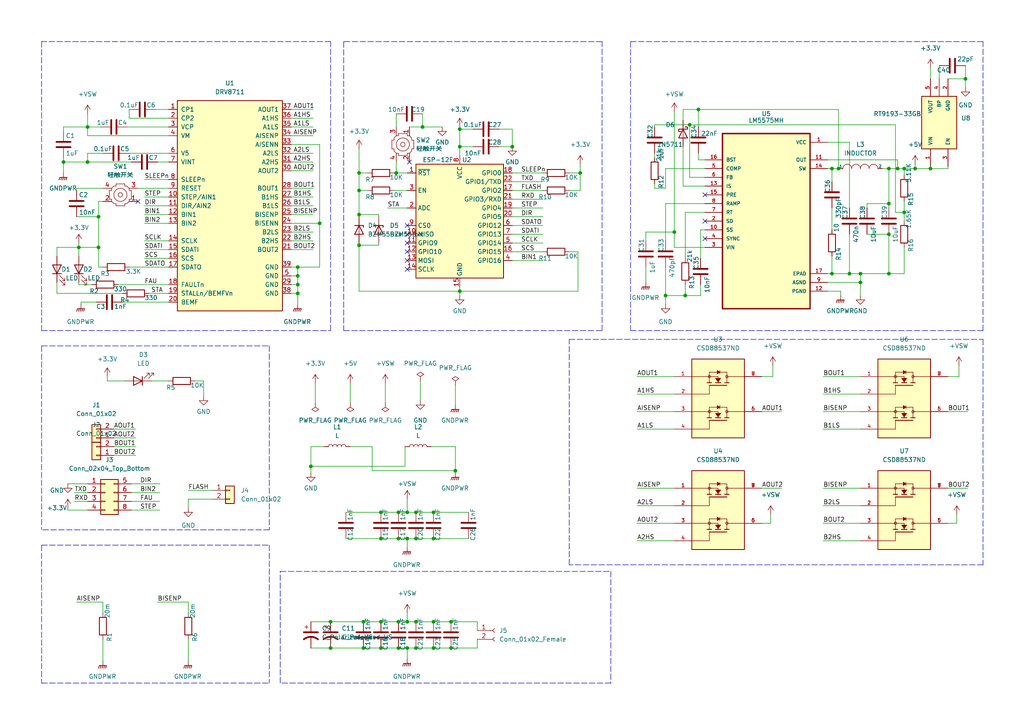
<source format=kicad_sch>
(kicad_sch (version 20211123) (generator eeschema)
  (paper "A4")
  (junction (at 257.81 79.375))
  (junction (at 118.11 148.59))
  (junction (at 95.885 187.96))
  (junction (at 260.35 48.895))
  (junction (at 122.555 36.83))
  (junction (at 110.49 148.59))
  (junction (at 262.255 48.895))
  (junction (at 280.035 22.86))
  (junction (at 28.575 71.755))
  (junction (at 125.73 187.96))
  (junction (at 114.935 50.165))
  (junction (at 193.04 85.725))
  (junction (at 200.025 36.195))
  (junction (at 90.17 135.255))
  (junction (at 86.36 77.47))
  (junction (at 133.35 37.465))
  (junction (at 133.35 84.455))
  (junction (at 257.81 59.055))
  (junction (at 118.11 180.34))
  (junction (at 120.65 187.96))
  (junction (at 130.81 180.34))
  (junction (at 92.71 64.77))
  (junction (at 118.11 187.96))
  (junction (at 104.14 71.12))
  (junction (at 265.43 48.895))
  (junction (at 195.58 67.31))
  (junction (at 86.36 82.55))
  (junction (at 120.65 180.34))
  (junction (at 110.49 180.34))
  (junction (at 125.73 180.34))
  (junction (at 133.35 42.545))
  (junction (at 249.555 79.375))
  (junction (at 110.49 156.21))
  (junction (at 125.73 156.21))
  (junction (at 120.65 156.21))
  (junction (at 86.36 85.09))
  (junction (at 198.755 85.725))
  (junction (at 246.38 79.375))
  (junction (at 132.08 136.525))
  (junction (at 95.885 180.34))
  (junction (at 115.57 156.21))
  (junction (at 25.4 46.99))
  (junction (at 125.73 148.59))
  (junction (at 104.14 55.245))
  (junction (at 168.275 50.165))
  (junction (at 257.81 48.895))
  (junction (at 148.59 42.545))
  (junction (at 28.575 62.865))
  (junction (at 115.57 180.34))
  (junction (at 269.875 48.895))
  (junction (at 202.565 31.75))
  (junction (at 249.555 81.915))
  (junction (at 130.81 187.96))
  (junction (at 262.255 61.595))
  (junction (at 105.41 180.34))
  (junction (at 241.3 79.375))
  (junction (at 25.4 36.83))
  (junction (at 243.205 48.895))
  (junction (at 104.14 50.165))
  (junction (at 104.14 62.23))
  (junction (at 257.81 67.945))
  (junction (at 118.11 156.21))
  (junction (at 115.57 148.59))
  (junction (at 22.86 71.755))
  (junction (at 115.57 187.96))
  (junction (at 105.41 187.96))
  (junction (at 86.36 80.01))
  (junction (at 120.65 148.59))
  (junction (at 110.49 187.96))
  (junction (at 18.415 46.99))
  (junction (at 241.3 48.895))
  (no_connect (at 118.11 67.945))
  (no_connect (at 118.11 75.565))
  (no_connect (at 118.11 78.105))
  (no_connect (at 118.745 46.99))
  (no_connect (at 118.11 73.025))
  (no_connect (at 118.11 70.485))
  (no_connect (at 118.11 65.405))
  (no_connect (at 204.47 56.515))
  (no_connect (at 204.47 64.135))
  (no_connect (at 204.47 69.215))
  (no_connect (at 40.005 58.42))
  (wire (pts (xy 138.43 182.88) (xy 138.43 180.34)))
  (wire (pts (xy 224.155 109.22) (xy 224.155 106.045)))
  (wire (pts (xy 132.08 117.475) (xy 132.08 111.76)))
  (wire (pts (xy 84.455 31.75) (xy 90.805 31.75)))
  (wire (pts (xy 86.36 82.55) (xy 86.36 85.09)))
  (wire (pts (xy 133.35 83.185) (xy 133.35 84.455)))
  (wire (pts (xy 29.845 185.42) (xy 29.845 191.77)))
  (polyline (pts (xy 78.105 100.33) (xy 78.105 153.67)))
  (wire (pts (xy 16.51 71.755) (xy 16.51 74.295)))
  (wire (pts (xy 16.51 81.915) (xy 16.51 85.09)))
  (wire (pts (xy 200.025 36.195) (xy 200.025 51.435)))
  (polyline (pts (xy 165.1 98.425) (xy 285.115 98.425)))
  (polyline (pts (xy 12.065 95.885) (xy 49.53 95.885)))
  (wire (pts (xy 223.52 149.225) (xy 223.52 151.765)))
  (wire (pts (xy 31.115 110.49) (xy 36.195 110.49)))
  (wire (pts (xy 104.14 62.23) (xy 109.855 62.23)))
  (wire (pts (xy 257.81 67.945) (xy 257.81 79.375)))
  (wire (pts (xy 125.73 187.96) (xy 130.81 187.96)))
  (wire (pts (xy 241.3 79.375) (xy 246.38 79.375)))
  (wire (pts (xy 184.785 141.605) (xy 195.58 141.605)))
  (wire (pts (xy 121.92 116.205) (xy 121.92 110.49)))
  (wire (pts (xy 269.875 48.895) (xy 265.43 48.895)))
  (wire (pts (xy 23.495 87.63) (xy 23.495 88.265)))
  (wire (pts (xy 251.46 67.945) (xy 257.81 67.945)))
  (wire (pts (xy 101.6 111.125) (xy 101.6 116.84)))
  (wire (pts (xy 133.35 42.545) (xy 133.35 45.085)))
  (wire (pts (xy 148.59 57.785) (xy 157.48 57.785)))
  (wire (pts (xy 202.565 44.45) (xy 202.565 46.355)))
  (wire (pts (xy 105.41 180.34) (xy 110.49 180.34)))
  (wire (pts (xy 54.61 185.42) (xy 54.61 191.77)))
  (polyline (pts (xy 12.065 100.33) (xy 12.065 153.67)))
  (wire (pts (xy 104.14 43.18) (xy 104.14 50.165)))
  (wire (pts (xy 184.785 146.685) (xy 195.58 146.685)))
  (polyline (pts (xy 174.625 12.065) (xy 99.695 12.065)))
  (wire (pts (xy 45.085 31.75) (xy 48.895 31.75)))
  (wire (pts (xy 204.47 48.895) (xy 193.04 48.895)))
  (wire (pts (xy 38.1 142.875) (xy 46.355 142.875)))
  (wire (pts (xy 133.35 36.83) (xy 133.35 37.465)))
  (polyline (pts (xy 177.165 165.735) (xy 177.165 198.12)))
  (wire (pts (xy 193.04 77.47) (xy 193.04 85.725)))
  (wire (pts (xy 195.58 71.755) (xy 195.58 67.31)))
  (wire (pts (xy 255.905 48.895) (xy 257.81 48.895)))
  (wire (pts (xy 280.035 19.05) (xy 280.035 22.86)))
  (wire (pts (xy 238.76 151.765) (xy 249.555 151.765)))
  (wire (pts (xy 220.98 119.38) (xy 226.695 119.38)))
  (wire (pts (xy 37.465 77.47) (xy 48.895 77.47)))
  (wire (pts (xy 144.78 37.465) (xy 148.59 37.465)))
  (wire (pts (xy 241.3 48.895) (xy 243.205 48.895)))
  (polyline (pts (xy 177.165 198.12) (xy 81.28 198.12)))
  (wire (pts (xy 241.3 60.325) (xy 241.3 66.675)))
  (wire (pts (xy 115.57 180.34) (xy 118.11 180.34)))
  (wire (pts (xy 112.395 60.325) (xy 118.11 60.325)))
  (wire (pts (xy 106.68 55.245) (xy 104.14 55.245)))
  (wire (pts (xy 184.785 109.22) (xy 195.58 109.22)))
  (wire (pts (xy 269.875 48.26) (xy 269.875 48.895)))
  (wire (pts (xy 41.91 74.93) (xy 48.895 74.93)))
  (wire (pts (xy 277.495 149.225) (xy 277.495 151.765)))
  (wire (pts (xy 251.46 60.325) (xy 251.46 59.055)))
  (wire (pts (xy 274.955 119.38) (xy 280.67 119.38)))
  (wire (pts (xy 92.71 41.91) (xy 92.71 64.77)))
  (wire (pts (xy 92.71 77.47) (xy 86.36 77.47)))
  (wire (pts (xy 84.455 36.83) (xy 90.805 36.83)))
  (wire (pts (xy 29.845 177.8) (xy 29.845 174.625)))
  (wire (pts (xy 262.255 48.895) (xy 265.43 48.895)))
  (wire (pts (xy 90.17 135.255) (xy 90.17 137.16)))
  (wire (pts (xy 22.86 70.485) (xy 22.86 71.755)))
  (wire (pts (xy 25.4 147.955) (xy 19.685 147.955)))
  (wire (pts (xy 238.76 124.46) (xy 249.555 124.46)))
  (wire (pts (xy 41.91 57.15) (xy 48.895 57.15)))
  (wire (pts (xy 111.76 111.125) (xy 111.76 116.84)))
  (polyline (pts (xy 99.695 12.065) (xy 99.695 95.885)))
  (wire (pts (xy 125.73 156.21) (xy 135.89 156.21)))
  (wire (pts (xy 277.495 151.765) (xy 274.955 151.765)))
  (wire (pts (xy 18.415 46.99) (xy 25.4 46.99)))
  (wire (pts (xy 28.575 58.42) (xy 28.575 62.865)))
  (wire (pts (xy 223.52 151.765) (xy 220.98 151.765)))
  (wire (pts (xy 272.415 19.05) (xy 272.415 22.86)))
  (wire (pts (xy 86.36 80.01) (xy 84.455 80.01)))
  (wire (pts (xy 54.61 144.78) (xy 61.595 144.78)))
  (wire (pts (xy 84.455 41.91) (xy 92.71 41.91)))
  (wire (pts (xy 104.14 50.165) (xy 106.68 50.165)))
  (wire (pts (xy 120.65 187.96) (xy 125.73 187.96)))
  (polyline (pts (xy 12.065 12.065) (xy 12.065 95.885)))
  (wire (pts (xy 84.455 59.69) (xy 90.805 59.69)))
  (wire (pts (xy 204.47 66.675) (xy 203.2 66.675)))
  (polyline (pts (xy 165.1 163.83) (xy 165.1 98.425)))
  (wire (pts (xy 104.14 84.455) (xy 133.35 84.455)))
  (wire (pts (xy 90.17 129.54) (xy 90.17 135.255)))
  (wire (pts (xy 84.455 49.53) (xy 90.805 49.53)))
  (wire (pts (xy 90.17 187.96) (xy 95.885 187.96)))
  (wire (pts (xy 138.43 185.42) (xy 138.43 187.96)))
  (wire (pts (xy 198.12 53.975) (xy 198.12 42.545)))
  (wire (pts (xy 101.6 129.54) (xy 107.95 129.54)))
  (wire (pts (xy 19.685 140.335) (xy 25.4 140.335)))
  (wire (pts (xy 241.3 52.705) (xy 241.3 48.895)))
  (wire (pts (xy 105.41 187.96) (xy 110.49 187.96)))
  (polyline (pts (xy 78.105 158.115) (xy 78.105 198.12)))
  (wire (pts (xy 204.47 51.435) (xy 200.025 51.435)))
  (polyline (pts (xy 95.885 95.885) (xy 95.885 12.065)))
  (wire (pts (xy 189.865 36.83) (xy 189.865 36.195)))
  (wire (pts (xy 189.865 36.195) (xy 200.025 36.195)))
  (wire (pts (xy 25.4 46.99) (xy 38.1 46.99)))
  (wire (pts (xy 38.1 147.955) (xy 46.355 147.955)))
  (wire (pts (xy 90.17 180.34) (xy 95.885 180.34)))
  (wire (pts (xy 251.46 59.055) (xy 257.81 59.055)))
  (wire (pts (xy 274.955 22.86) (xy 280.035 22.86)))
  (wire (pts (xy 120.65 148.59) (xy 125.73 148.59)))
  (wire (pts (xy 22.86 82.55) (xy 22.86 81.915)))
  (wire (pts (xy 220.98 141.605) (xy 226.695 141.605)))
  (wire (pts (xy 33.02 127) (xy 39.37 127)))
  (wire (pts (xy 33.02 129.54) (xy 39.37 129.54)))
  (wire (pts (xy 167.64 73.025) (xy 167.64 84.455)))
  (wire (pts (xy 110.49 180.34) (xy 115.57 180.34)))
  (wire (pts (xy 86.36 85.09) (xy 86.36 88.265)))
  (wire (pts (xy 198.755 85.725) (xy 193.04 85.725)))
  (wire (pts (xy 54.61 142.24) (xy 61.595 142.24)))
  (wire (pts (xy 122.555 36.83) (xy 128.27 36.83)))
  (wire (pts (xy 109.855 71.12) (xy 109.855 70.485)))
  (wire (pts (xy 104.14 55.245) (xy 104.14 62.23)))
  (wire (pts (xy 241.3 74.295) (xy 241.3 79.375)))
  (wire (pts (xy 86.36 80.01) (xy 86.36 82.55)))
  (wire (pts (xy 144.78 42.545) (xy 148.59 42.545)))
  (wire (pts (xy 22.86 82.55) (xy 26.67 82.55)))
  (wire (pts (xy 86.36 77.47) (xy 86.36 80.01)))
  (wire (pts (xy 56.515 110.49) (xy 59.055 110.49)))
  (wire (pts (xy 33.02 124.46) (xy 39.37 124.46)))
  (wire (pts (xy 41.91 69.85) (xy 48.895 69.85)))
  (wire (pts (xy 84.455 46.99) (xy 90.805 46.99)))
  (wire (pts (xy 100.33 156.21) (xy 110.49 156.21)))
  (wire (pts (xy 204.47 59.055) (xy 193.04 59.055)))
  (wire (pts (xy 18.415 36.83) (xy 25.4 36.83)))
  (wire (pts (xy 184.785 156.845) (xy 195.58 156.845)))
  (wire (pts (xy 265.43 48.895) (xy 265.43 47.625)))
  (wire (pts (xy 100.33 148.59) (xy 110.49 148.59)))
  (wire (pts (xy 84.455 57.15) (xy 90.805 57.15)))
  (wire (pts (xy 198.12 31.75) (xy 202.565 31.75)))
  (wire (pts (xy 84.455 69.85) (xy 90.805 69.85)))
  (wire (pts (xy 38.1 145.415) (xy 46.355 145.415)))
  (polyline (pts (xy 285.115 12.065) (xy 182.88 12.065)))
  (wire (pts (xy 274.955 48.895) (xy 269.875 48.895)))
  (wire (pts (xy 238.76 141.605) (xy 249.555 141.605)))
  (wire (pts (xy 104.14 71.12) (xy 104.14 70.485)))
  (wire (pts (xy 37.465 34.29) (xy 48.895 34.29)))
  (wire (pts (xy 59.055 110.49) (xy 59.055 114.935)))
  (wire (pts (xy 110.49 156.21) (xy 115.57 156.21)))
  (wire (pts (xy 189.865 54.61) (xy 189.865 53.34)))
  (wire (pts (xy 240.03 41.275) (xy 246.38 41.275)))
  (wire (pts (xy 249.555 79.375) (xy 249.555 81.915)))
  (wire (pts (xy 202.565 31.75) (xy 243.205 31.75)))
  (wire (pts (xy 29.845 44.45) (xy 25.4 44.45)))
  (wire (pts (xy 238.76 114.3) (xy 249.555 114.3)))
  (wire (pts (xy 120.65 180.34) (xy 125.73 180.34)))
  (wire (pts (xy 43.815 110.49) (xy 48.895 110.49)))
  (wire (pts (xy 114.3 50.165) (xy 114.935 50.165)))
  (polyline (pts (xy 12.065 198.12) (xy 78.105 198.12)))
  (wire (pts (xy 22.225 174.625) (xy 29.845 174.625)))
  (wire (pts (xy 133.35 42.545) (xy 137.16 42.545)))
  (wire (pts (xy 257.81 59.055) (xy 257.81 60.325)))
  (wire (pts (xy 243.84 84.455) (xy 243.84 85.725)))
  (polyline (pts (xy 99.695 95.885) (xy 174.625 95.885)))
  (wire (pts (xy 104.14 71.12) (xy 104.14 84.455)))
  (wire (pts (xy 114.935 50.165) (xy 118.11 50.165)))
  (wire (pts (xy 168.275 55.245) (xy 168.275 50.165)))
  (wire (pts (xy 54.61 144.78) (xy 54.61 147.32)))
  (wire (pts (xy 86.36 82.55) (xy 84.455 82.55)))
  (wire (pts (xy 114.935 33.02) (xy 114.935 36.83)))
  (wire (pts (xy 41.91 64.77) (xy 48.895 64.77)))
  (wire (pts (xy 29.845 77.47) (xy 28.575 77.47)))
  (wire (pts (xy 29.845 54.61) (xy 22.225 54.61)))
  (wire (pts (xy 118.11 187.96) (xy 120.65 187.96)))
  (wire (pts (xy 38.1 140.335) (xy 46.355 140.335)))
  (wire (pts (xy 184.785 151.765) (xy 195.58 151.765)))
  (wire (pts (xy 48.895 39.37) (xy 25.4 39.37)))
  (wire (pts (xy 41.91 72.39) (xy 48.895 72.39)))
  (wire (pts (xy 21.59 142.875) (xy 25.4 142.875)))
  (wire (pts (xy 45.72 46.99) (xy 48.895 46.99)))
  (wire (pts (xy 110.49 148.59) (xy 115.57 148.59)))
  (wire (pts (xy 198.12 34.925) (xy 198.12 31.75)))
  (wire (pts (xy 249.555 81.915) (xy 249.555 85.725)))
  (wire (pts (xy 22.225 62.865) (xy 28.575 62.865)))
  (polyline (pts (xy 182.88 95.885) (xy 285.115 95.885)))
  (wire (pts (xy 133.35 37.465) (xy 137.16 37.465)))
  (wire (pts (xy 16.51 85.09) (xy 35.56 85.09)))
  (wire (pts (xy 37.465 31.75) (xy 37.465 34.29)))
  (wire (pts (xy 148.59 55.245) (xy 157.48 55.245)))
  (wire (pts (xy 240.03 84.455) (xy 243.84 84.455)))
  (wire (pts (xy 125.73 148.59) (xy 135.89 148.59)))
  (wire (pts (xy 246.38 67.945) (xy 246.38 79.375)))
  (wire (pts (xy 92.71 64.77) (xy 92.71 77.47)))
  (wire (pts (xy 165.1 50.165) (xy 168.275 50.165)))
  (wire (pts (xy 240.03 81.915) (xy 249.555 81.915)))
  (wire (pts (xy 22.86 71.755) (xy 28.575 71.755)))
  (wire (pts (xy 189.865 44.45) (xy 189.865 45.72)))
  (wire (pts (xy 90.17 135.255) (xy 117.475 135.255)))
  (wire (pts (xy 41.91 59.69) (xy 48.895 59.69)))
  (wire (pts (xy 37.465 44.45) (xy 48.895 44.45)))
  (wire (pts (xy 117.475 129.54) (xy 117.475 135.255)))
  (wire (pts (xy 118.11 148.59) (xy 115.57 148.59)))
  (wire (pts (xy 84.455 44.45) (xy 90.805 44.45)))
  (wire (pts (xy 138.43 187.96) (xy 130.81 187.96)))
  (wire (pts (xy 246.38 79.375) (xy 249.555 79.375)))
  (wire (pts (xy 84.455 62.23) (xy 90.805 62.23)))
  (wire (pts (xy 274.955 141.605) (xy 280.67 141.605)))
  (polyline (pts (xy 12.065 158.115) (xy 78.105 158.115)))
  (wire (pts (xy 148.59 73.025) (xy 157.48 73.025)))
  (wire (pts (xy 18.415 50.165) (xy 18.415 46.99)))
  (wire (pts (xy 84.455 54.61) (xy 90.805 54.61)))
  (polyline (pts (xy 12.065 158.115) (xy 12.065 198.12)))
  (wire (pts (xy 148.59 52.705) (xy 157.48 52.705)))
  (wire (pts (xy 107.95 129.54) (xy 107.95 136.525)))
  (wire (pts (xy 203.2 85.725) (xy 198.755 85.725)))
  (wire (pts (xy 25.4 33.02) (xy 25.4 36.83)))
  (polyline (pts (xy 81.28 198.12) (xy 81.28 165.735)))
  (wire (pts (xy 18.415 45.72) (xy 18.415 46.99)))
  (polyline (pts (xy 12.065 100.33) (xy 78.105 100.33)))
  (wire (pts (xy 133.35 84.455) (xy 133.35 85.725)))
  (wire (pts (xy 204.47 53.975) (xy 198.12 53.975)))
  (wire (pts (xy 125.095 129.54) (xy 132.08 129.54)))
  (wire (pts (xy 115.57 187.96) (xy 118.11 187.96)))
  (wire (pts (xy 104.14 71.12) (xy 109.855 71.12)))
  (polyline (pts (xy 182.88 12.065) (xy 182.88 95.885)))
  (wire (pts (xy 36.83 36.83) (xy 48.895 36.83)))
  (wire (pts (xy 274.955 109.22) (xy 278.13 109.22)))
  (wire (pts (xy 262.255 61.595) (xy 262.255 64.135)))
  (wire (pts (xy 203.2 82.55) (xy 203.2 85.725)))
  (wire (pts (xy 29.845 58.42) (xy 28.575 58.42)))
  (wire (pts (xy 109.855 62.23) (xy 109.855 62.865)))
  (wire (pts (xy 118.11 156.21) (xy 115.57 156.21)))
  (wire (pts (xy 165.1 55.245) (xy 168.275 55.245)))
  (wire (pts (xy 27.94 87.63) (xy 23.495 87.63)))
  (wire (pts (xy 259.715 61.595) (xy 259.715 36.195)))
  (wire (pts (xy 260.35 48.895) (xy 260.35 46.355)))
  (wire (pts (xy 43.18 85.09) (xy 48.895 85.09)))
  (polyline (pts (xy 95.885 12.065) (xy 12.065 12.065)))
  (wire (pts (xy 138.43 180.34) (xy 130.81 180.34)))
  (wire (pts (xy 35.56 87.63) (xy 48.895 87.63)))
  (wire (pts (xy 93.98 129.54) (xy 90.17 129.54)))
  (wire (pts (xy 203.2 66.675) (xy 203.2 74.93)))
  (wire (pts (xy 95.885 187.96) (xy 105.41 187.96)))
  (wire (pts (xy 25.4 44.45) (xy 25.4 46.99)))
  (wire (pts (xy 240.03 46.355) (xy 260.35 46.355)))
  (wire (pts (xy 34.29 82.55) (xy 48.895 82.55)))
  (wire (pts (xy 269.875 19.685) (xy 269.875 22.86)))
  (wire (pts (xy 118.11 187.96) (xy 118.11 191.135)))
  (wire (pts (xy 262.255 48.895) (xy 262.255 50.8)))
  (wire (pts (xy 148.59 75.565) (xy 157.48 75.565)))
  (wire (pts (xy 120.65 156.21) (xy 125.73 156.21)))
  (polyline (pts (xy 174.625 95.885) (xy 174.625 12.065)))
  (wire (pts (xy 122.555 33.02) (xy 122.555 36.83)))
  (wire (pts (xy 95.885 180.34) (xy 105.41 180.34)))
  (wire (pts (xy 280.035 22.86) (xy 280.035 25.4)))
  (wire (pts (xy 204.47 61.595) (xy 198.755 61.595)))
  (wire (pts (xy 249.555 79.375) (xy 257.81 79.375)))
  (wire (pts (xy 246.38 41.275) (xy 246.38 60.325)))
  (wire (pts (xy 120.65 148.59) (xy 118.11 148.59)))
  (wire (pts (xy 132.08 129.54) (xy 132.08 136.525)))
  (wire (pts (xy 257.81 79.375) (xy 262.255 79.375)))
  (wire (pts (xy 148.59 37.465) (xy 148.59 42.545)))
  (wire (pts (xy 22.86 71.755) (xy 16.51 71.755)))
  (wire (pts (xy 238.76 156.845) (xy 249.555 156.845)))
  (wire (pts (xy 45.72 174.625) (xy 54.61 174.625)))
  (wire (pts (xy 84.455 67.31) (xy 90.805 67.31)))
  (wire (pts (xy 84.455 34.29) (xy 90.805 34.29)))
  (wire (pts (xy 195.58 67.31) (xy 187.325 67.31)))
  (wire (pts (xy 202.565 31.75) (xy 202.565 36.83)))
  (wire (pts (xy 193.04 59.055) (xy 193.04 69.85)))
  (wire (pts (xy 33.02 132.08) (xy 39.37 132.08)))
  (wire (pts (xy 104.14 62.23) (xy 104.14 62.865)))
  (wire (pts (xy 278.13 109.22) (xy 278.13 106.045)))
  (wire (pts (xy 84.455 64.77) (xy 92.71 64.77)))
  (polyline (pts (xy 285.115 98.425) (xy 285.115 163.83)))
  (wire (pts (xy 18.415 36.83) (xy 18.415 38.1)))
  (wire (pts (xy 118.11 144.78) (xy 118.11 148.59)))
  (wire (pts (xy 148.59 65.405) (xy 157.48 65.405)))
  (wire (pts (xy 243.205 31.75) (xy 243.205 48.895)))
  (polyline (pts (xy 285.115 163.83) (xy 165.1 163.83)))
  (wire (pts (xy 200.025 36.195) (xy 259.715 36.195)))
  (wire (pts (xy 198.755 82.55) (xy 198.755 85.725)))
  (wire (pts (xy 118.11 180.34) (xy 120.65 180.34)))
  (wire (pts (xy 41.91 62.23) (xy 48.895 62.23)))
  (wire (pts (xy 28.575 71.755) (xy 28.575 77.47)))
  (wire (pts (xy 114.935 46.99) (xy 114.935 50.165)))
  (wire (pts (xy 120.65 156.21) (xy 118.11 156.21)))
  (wire (pts (xy 114.3 55.245) (xy 118.11 55.245)))
  (wire (pts (xy 198.755 61.595) (xy 198.755 74.93)))
  (wire (pts (xy 260.35 48.895) (xy 262.255 48.895)))
  (wire (pts (xy 22.225 54.61) (xy 22.225 55.245)))
  (wire (pts (xy 193.04 85.725) (xy 193.04 88.265)))
  (wire (pts (xy 262.255 58.42) (xy 262.255 61.595)))
  (wire (pts (xy 193.04 48.895) (xy 193.04 54.61)))
  (polyline (pts (xy 49.53 95.885) (xy 95.885 95.885)))
  (wire (pts (xy 107.95 136.525) (xy 132.08 136.525)))
  (wire (pts (xy 54.61 177.8) (xy 54.61 174.625)))
  (wire (pts (xy 19.685 147.955) (xy 19.685 147.32)))
  (wire (pts (xy 28.575 62.865) (xy 28.575 71.755)))
  (wire (pts (xy 86.36 77.47) (xy 84.455 77.47)))
  (wire (pts (xy 184.785 114.3) (xy 195.58 114.3)))
  (wire (pts (xy 148.59 70.485) (xy 157.48 70.485)))
  (wire (pts (xy 41.91 52.07) (xy 48.895 52.07)))
  (wire (pts (xy 257.81 59.055) (xy 257.81 48.895)))
  (wire (pts (xy 133.35 37.465) (xy 133.35 42.545)))
  (wire (pts (xy 195.58 67.31) (xy 195.58 32.385)))
  (wire (pts (xy 220.98 109.22) (xy 224.155 109.22)))
  (wire (pts (xy 240.03 79.375) (xy 241.3 79.375)))
  (wire (pts (xy 184.785 119.38) (xy 195.58 119.38)))
  (wire (pts (xy 184.785 124.46) (xy 195.58 124.46)))
  (wire (pts (xy 274.955 48.26) (xy 274.955 48.895)))
  (wire (pts (xy 148.59 62.865) (xy 157.48 62.865)))
  (wire (pts (xy 25.4 36.83) (xy 29.21 36.83)))
  (wire (pts (xy 91.44 111.125) (xy 91.44 116.84)))
  (wire (pts (xy 262.255 61.595) (xy 259.715 61.595)))
  (wire (pts (xy 168.275 50.165) (xy 168.275 47.625)))
  (wire (pts (xy 165.1 73.025) (xy 167.64 73.025)))
  (wire (pts (xy 193.04 54.61) (xy 189.865 54.61)))
  (wire (pts (xy 262.255 71.755) (xy 262.255 79.375)))
  (wire (pts (xy 187.325 77.47) (xy 187.325 81.915)))
  (wire (pts (xy 104.14 55.245) (xy 104.14 50.165)))
  (wire (pts (xy 187.325 67.31) (xy 187.325 69.85)))
  (wire (pts (xy 167.64 84.455) (xy 133.35 84.455)))
  (wire (pts (xy 86.36 85.09) (xy 84.455 85.09)))
  (wire (pts (xy 84.455 72.39) (xy 90.805 72.39)))
  (wire (pts (xy 21.59 145.415) (xy 25.4 145.415)))
  (wire (pts (xy 204.47 71.755) (xy 195.58 71.755)))
  (polyline (pts (xy 81.28 165.735) (xy 177.165 165.735)))
  (wire (pts (xy 110.49 187.96) (xy 115.57 187.96)))
  (wire (pts (xy 118.11 177.8) (xy 118.11 180.34)))
  (wire (pts (xy 238.76 119.38) (xy 249.555 119.38)))
  (wire (pts (xy 22.86 71.755) (xy 22.86 74.295)))
  (wire (pts (xy 257.81 48.895) (xy 260.35 48.895)))
  (polyline (pts (xy 78.105 153.67) (xy 12.065 153.67)))
  (wire (pts (xy 125.73 180.34) (xy 130.81 180.34)))
  (wire (pts (xy 40.005 54.61) (xy 48.895 54.61)))
  (wire (pts (xy 118.745 36.83) (xy 122.555 36.83)))
  (wire (pts (xy 31.115 109.22) (xy 31.115 110.49)))
  (wire (pts (xy 132.08 136.525) (xy 132.08 137.16)))
  (wire (pts (xy 202.565 46.355) (xy 204.47 46.355)))
  (wire (pts (xy 241.3 48.895) (xy 240.03 48.895)))
  (wire (pts (xy 238.76 109.22) (xy 249.555 109.22)))
  (wire (pts (xy 148.59 60.325) (xy 157.48 60.325)))
  (wire (pts (xy 148.59 67.945) (xy 157.48 67.945)))
  (wire (pts (xy 238.76 146.685) (xy 249.555 146.685)))
  (wire (pts (xy 84.455 39.37) (xy 90.805 39.37)))
  (wire (pts (xy 25.4 39.37) (xy 25.4 36.83)))
  (polyline (pts (xy 285.115 95.885) (xy 285.115 12.065)))
  (wire (pts (xy 118.11 156.21) (xy 118.11 158.75)))
  (wire (pts (xy 148.59 50.165) (xy 157.48 50.165)))
  (label "A1HS" (at 85.09 34.29 0))
  (label "BIN2" (at 40.64 142.875 0))
  (label "B1HS" (at 85.09 57.15 0))
  (label "SLEEPn" (at 151.13 50.165 0))
  (label "BISENP" (at 238.76 141.605 0))
  (label "SDATI" (at 41.91 72.39 0))
  (label "A2LS" (at 184.785 146.685 0))
  (label "A1LS" (at 85.09 36.83 0))
  (label "SDATI" (at 151.13 67.945 0))
  (label "BOUT1" (at 85.09 54.61 0))
  (label "BIN1" (at 151.13 75.565 0))
  (label "B2LS" (at 238.76 146.685 0))
  (label "BOUT2" (at 274.955 141.605 0))
  (label "A1HS" (at 184.785 114.3 0))
  (label "BOUT1" (at 274.955 119.38 0))
  (label "DIR" (at 40.64 140.335 0))
  (label "A1LS" (at 184.785 124.46 0))
  (label "BIN1" (at 41.91 62.23 0))
  (label "SLEEPn" (at 41.91 52.07 0))
  (label "AOUT2" (at 184.785 151.765 0))
  (label "AISENP" (at 184.785 141.605 0))
  (label "SCLK" (at 151.13 70.485 0))
  (label "AISENP" (at 184.785 119.38 0))
  (label "BOUT2" (at 238.76 151.765 0))
  (label "BOUT2" (at 33.02 132.08 0))
  (label "AOUT2" (at 220.98 141.605 0))
  (label "SCS" (at 151.13 73.025 0))
  (label "BIN2" (at 41.91 64.77 0))
  (label "B1LS" (at 238.76 124.46 0))
  (label "TXD" (at 151.13 52.705 0))
  (label "STA" (at 112.395 60.325 0))
  (label "STEP" (at 151.13 60.325 0))
  (label "FLASH" (at 54.61 142.24 0))
  (label "AISENP" (at 85.09 39.37 0))
  (label "AOUT2" (at 33.02 127 0))
  (label "DIR" (at 151.13 62.865 0))
  (label "BOUT1" (at 238.76 109.22 0))
  (label "BOUT2" (at 85.09 72.39 0))
  (label "BOUT1" (at 33.02 129.54 0))
  (label "STEP" (at 40.64 147.955 0))
  (label "AISENP" (at 22.225 174.625 0))
  (label "B1LS" (at 85.09 59.69 0))
  (label "FLASH" (at 151.13 55.245 0))
  (label "B2HS" (at 85.09 69.85 0))
  (label "SCS" (at 41.91 74.93 0))
  (label "SDATO" (at 151.13 65.405 0))
  (label "BISENP" (at 85.09 62.23 0))
  (label "B2HS" (at 238.76 156.845 0))
  (label "AOUT1" (at 220.98 119.38 0))
  (label "DIR" (at 41.91 59.69 0))
  (label "STA" (at 43.815 85.09 0))
  (label "AOUT1" (at 33.02 124.46 0))
  (label "B2LS" (at 85.09 67.31 0))
  (label "FAU" (at 41.91 82.55 0))
  (label "SDATO" (at 41.91 77.47 0))
  (label "AOUT2" (at 85.09 49.53 0))
  (label "TXD" (at 21.59 142.875 0))
  (label "A2HS" (at 184.785 156.845 0))
  (label "SCLK" (at 41.91 69.85 0))
  (label "AOUT1" (at 85.09 31.75 0))
  (label "BISENP" (at 238.76 119.38 0))
  (label "B1HS" (at 238.76 114.3 0))
  (label "FAU" (at 40.64 145.415 0))
  (label "BISENP" (at 45.72 174.625 0))
  (label "A2LS" (at 85.09 44.45 0))
  (label "RXD" (at 21.59 145.415 0))
  (label "AOUT1" (at 184.785 109.22 0))
  (label "RXD" (at 151.13 57.785 0))
  (label "STEP" (at 41.91 57.15 0))
  (label "A2HS" (at 85.09 46.99 0))
  (symbol (lib_id "power:PWR_FLAG") (at 91.44 116.84 180) (unit 1)
    (property "Reference" "#FLG01" (effects hide))
    (property "Value" "PWR_FLAG" (at 91.44 121.92 0))
  )
  (symbol (lib_id "power:GNDPWR") (at 118.11 191.135 0) (unit 1)
    (property "Reference" "#PWR021" (effects hide))
    (property "Value" "GNDPWR" (at 117.983 196.215 0))
  )
  (symbol (lib_id "OWN_Library:CSD88537ND") (at 262.255 116.84 0) (unit 1)
    (property "Reference" "U6" (at 262.255 98.425 0))
    (property "Value" "CSD88537ND" (at 262.255 100.965 0))
    (property "Footprint" "OWN_Library:SOIC127P599X175-8N" (effects hide))
    (property "MAXIMUM_PACKAGE_HEIGHT" "1.75mm" (effects hide))
    (property "STANDARD" "IPC-7351B" (effects hide))
    (property "PARTREV" "A" (effects hide))
    (property "MANUFACTURER" "Texas Instruments" (effects hide))
  )
  (symbol (lib_id "Device:C") (at 115.57 152.4 0) (unit 1)
    (property "Reference" "C17" (at 116.84 154.94 90))
    (property "Value" "1nF" (at 116.84 149.225 90))
    (property "Footprint" "Capacitor_SMD:C_1206_3216Metric_Pad1.33x1.80mm_HandSolder" (effects hide))
  )
  (symbol (lib_id "Device:C") (at 110.49 152.4 0) (unit 1)
    (property "Reference" "C15" (at 111.76 154.94 90))
    (property "Value" "1nF" (at 111.76 149.225 90))
    (property "Footprint" "Capacitor_SMD:C_1206_3216Metric_Pad1.33x1.80mm_HandSolder" (effects hide))
  )
  (symbol (lib_id "Device:R") (at 189.865 49.53 180) (unit 1)
    (property "Reference" "R12" (at 191.77 52.705 90))
    (property "Value" "21k" (at 191.135 45.085 90))
    (property "Footprint" "Resistor_SMD:R_0603_1608Metric_Pad0.98x0.95mm_HandSolder" (effects hide))
  )
  (symbol (lib_id "power:GND") (at 148.59 42.545 0) (unit 1)
    (property "Reference" "#PWR028" (effects hide))
    (property "Value" "GND" (at 148.59 46.99 0))
  )
  (symbol (lib_id "Device:C") (at 125.73 152.4 0) (unit 1)
    (property "Reference" "C22" (at 127 154.94 90))
    (property "Value" "1nF" (at 127 149.225 90))
    (property "Footprint" "Capacitor_SMD:C_1206_3216Metric_Pad1.33x1.80mm_HandSolder" (effects hide))
  )
  (symbol (lib_id "Device:R") (at 161.29 55.245 90) (unit 1)
    (property "Reference" "R10" (at 158.115 57.15 90))
    (property "Value" "10K" (at 165.735 56.515 90))
    (property "Footprint" "Resistor_SMD:R_0603_1608Metric_Pad0.98x0.95mm_HandSolder" (effects hide))
  )
  (symbol (lib_id "Device:C") (at 189.865 40.64 0) (unit 1)
    (property "Reference" "C32" (at 188.595 38.1 90))
    (property "Value" "1uF" (at 191.77 44.45 90))
    (property "Footprint" "Capacitor_SMD:C_0603_1608Metric_Pad1.08x0.95mm_HandSolder" (effects hide))
  )
  (symbol (lib_id "Device:R") (at 262.255 67.945 180) (unit 1)
    (property "Reference" "R16" (at 264.16 71.12 90))
    (property "Value" "1.65K" (at 263.525 63.5 90))
    (property "Footprint" "Resistor_SMD:R_0603_1608Metric_Pad0.98x0.95mm_HandSolder" (effects hide))
  )
  (symbol (lib_id "Device:C") (at 115.57 184.15 0) (unit 1)
    (property "Reference" "C18" (at 116.84 186.69 90))
    (property "Value" "1nF" (at 116.84 180.975 90))
    (property "Footprint" "Capacitor_SMD:C_1206_3216Metric_Pad1.33x1.80mm_HandSolder" (effects hide))
  )
  (symbol (lib_id "OWN_Library:CSD88537ND") (at 208.28 116.84 0) (unit 1)
    (property "Reference" "U3" (at 208.28 98.425 0))
    (property "Value" "CSD88537ND" (at 208.28 100.965 0))
    (property "Footprint" "OWN_Library:SOIC127P599X175-8N" (effects hide))
    (property "MAXIMUM_PACKAGE_HEIGHT" "1.75mm" (effects hide))
    (property "STANDARD" "IPC-7351B" (effects hide))
    (property "PARTREV" "A" (effects hide))
    (property "MANUFACTURER" "Texas Instruments" (effects hide))
  )
  (symbol (lib_id "power:GNDPWR") (at 187.325 81.915 0) (unit 1)
    (property "Reference" "#PWR030" (effects hide))
    (property "Value" "GNDPWR" (at 187.198 86.36 0))
  )
  (symbol (lib_id "Device:R") (at 110.49 55.245 90) (unit 1)
    (property "Reference" "R8" (at 107.315 57.15 90))
    (property "Value" "10K" (at 114.935 56.515 90))
    (property "Footprint" "Resistor_SMD:R_0603_1608Metric_Pad0.98x0.95mm_HandSolder" (effects hide))
  )
  (symbol (lib_id "power:+3.3V") (at 22.86 70.485 0) (unit 1)
    (property "Reference" "#PWR04" (effects hide))
    (property "Value" "+3.3V" (at 22.86 66.04 0))
  )
  (symbol (lib_id "power:PWR_FLAG") (at 121.92 110.49 0) (unit 1)
    (property "Reference" "#FLG04" (effects hide))
    (property "Value" "PWR_FLAG" (at 121.92 105.41 0))
  )
  (symbol (lib_id "Device:C") (at 135.89 152.4 0) (unit 1)
    (property "Reference" "C26" (at 137.16 154.94 90))
    (property "Value" "1nF" (at 137.16 149.225 90))
    (property "Footprint" "Capacitor_SMD:C_1206_3216Metric_Pad1.33x1.80mm_HandSolder" (effects hide))
  )
  (symbol (lib_id "Connector:Conn_01x02_Female") (at 143.51 182.88 0) (unit 1)
    (property "Reference" "J5" (at 144.78 182.8799 0) (effects (justify left)))
    (property "Value" "Conn_01x02_Female" (at 144.78 185.4199 0) (effects (justify left)))
    (property "Footprint" "OWN_Library:螺钉式接线端子5.0" (effects hide))
  )
  (symbol (lib_id "power:+5V") (at 101.6 111.125 0) (unit 1)
    (property "Reference" "#PWR015" (effects hide))
    (property "Value" "+5V" (at 101.6 105.41 0))
  )
  (symbol (lib_id "power:GND") (at 133.35 85.725 0) (unit 1)
    (property "Reference" "#PWR027" (effects hide))
    (property "Value" "GND" (at 133.35 90.17 0))
  )
  (symbol (lib_id "OWN_Library:轻触开关") (at 112.395 41.91 90) (unit 1)
    (property "Reference" "SW2" (at 120.65 40.6399 90) (effects (justify right)))
    (property "Value" "轻触开关" (at 120.65 43.1799 90) (effects (justify right)))
    (property "Footprint" "OWN_Library:KEY-SMD_4P-L5.2-W5.2" (effects hide))
  )
  (symbol (lib_id "power:GNDPWR") (at 18.415 50.165 0) (unit 1)
    (property "Reference" "#PWR01" (effects hide))
    (property "Value" "GNDPWR" (at 18.288 54.61 0))
  )
  (symbol (lib_id "Device:C") (at 140.97 42.545 270) (unit 1)
    (property "Reference" "C28" (at 143.51 41.275 90))
    (property "Value" "10nF" (at 137.16 44.45 90))
    (property "Footprint" "Capacitor_SMD:C_0603_1608Metric_Pad1.08x0.95mm_HandSolder" (effects hide))
  )
  (symbol (lib_id "Device:C") (at 22.225 59.055 180) (unit 1)
    (property "Reference" "C2" (at 22.86 56.515 0) (effects (justify right)))
    (property "Value" "10nF" (at 22.86 61.595 0) (effects (justify right)))
    (property "Footprint" "Capacitor_SMD:C_0603_1608Metric_Pad1.08x0.95mm_HandSolder" (effects hide))
  )
  (symbol (lib_id "Device:R") (at 39.37 85.09 90) (unit 1)
    (property "Reference" "R4" (at 36.195 86.995 90))
    (property "Value" "330" (at 43.815 86.36 90))
    (property "Footprint" "Resistor_SMD:R_0603_1608Metric_Pad0.98x0.95mm_HandSolder" (effects hide))
  )
  (symbol (lib_id "Device:C") (at 140.97 37.465 270) (unit 1)
    (property "Reference" "C27" (at 143.51 36.195 90))
    (property "Value" "0.1uF" (at 137.16 36.195 90))
    (property "Footprint" "Capacitor_SMD:C_0603_1608Metric_Pad1.08x0.95mm_HandSolder" (effects hide))
  )
  (symbol (lib_id "Device:C") (at 187.325 73.66 0) (unit 1)
    (property "Reference" "C31" (at 186.055 71.12 90))
    (property "Value" "1uF" (at 189.23 77.47 90))
    (property "Footprint" "Capacitor_SMD:C_1206_3216Metric_Pad1.33x1.80mm_HandSolder" (effects hide))
  )
  (symbol (lib_id "power:GND") (at 193.04 88.265 0) (unit 1)
    (property "Reference" "#PWR031" (effects hide))
    (property "Value" "GND" (at 193.04 93.345 0))
  )
  (symbol (lib_id "Device:C") (at 125.73 184.15 0) (unit 1)
    (property "Reference" "C23" (at 127 186.69 90))
    (property "Value" "1nF" (at 127 180.975 90))
    (property "Footprint" "Capacitor_SMD:C_1206_3216Metric_Pad1.33x1.80mm_HandSolder" (effects hide))
  )
  (symbol (lib_id "Driver_Motor:DRV8711") (at 66.675 59.69 0) (unit 1)
    (property "Reference" "U1" (at 66.675 24.13 0))
    (property "Value" "DRV8711" (at 66.675 26.67 0))
    (property "Footprint" "OWN_Library:IC_DRV8711DCP" (effects hide))
    (property "Datasheet" "http://www.ti.com/lit/ds/slvsc40f/slvsc40f.pdf" (effects hide))
  )
  (symbol (lib_id "Device:C") (at 105.41 184.15 0) (unit 1)
    (property "Reference" "C14" (at 106.68 186.69 90))
    (property "Value" "1nF" (at 106.68 180.975 90))
    (property "Footprint" "Capacitor_SMD:C_1206_3216Metric_Pad1.33x1.80mm_HandSolder" (effects hide))
  )
  (symbol (lib_id "power:+VSW") (at 118.11 177.8 0) (unit 1)
    (property "Reference" "#PWR020" (effects hide))
    (property "Value" "+VSW" (at 118.11 172.085 0))
  )
  (symbol (lib_id "Device:C") (at 202.565 40.64 0) (unit 1)
    (property "Reference" "C34" (at 201.295 38.1 90))
    (property "Value" "22nF" (at 205.74 38.735 0))
    (property "Footprint" "Capacitor_SMD:C_0603_1608Metric_Pad1.08x0.95mm_HandSolder" (effects hide))
  )
  (symbol (lib_id "Connector_Generic:Conn_01x02") (at 27.94 132.08 180) (unit 1)
    (property "Reference" "J2" (at 27.94 123.19 0))
    (property "Value" "Conn_01x02" (at 27.94 125.73 0))
    (property "Footprint" "OWN_Library:螺钉式接线端子5.0" (effects hide))
  )
  (symbol (lib_id "power:GND") (at 121.92 116.205 0) (unit 1)
    (property "Reference" "#PWR022" (effects hide))
    (property "Value" "GND" (at 121.92 121.92 0))
  )
  (symbol (lib_id "power:GND") (at 249.555 85.725 0) (unit 1)
    (property "Reference" "#PWR036" (effects hide))
    (property "Value" "GND" (at 249.555 90.17 0))
  )
  (symbol (lib_id "Device:C") (at 41.91 46.99 90) (unit 1)
    (property "Reference" "C7" (at 44.45 45.72 90))
    (property "Value" "1uF" (at 38.735 45.72 90))
    (property "Footprint" "Capacitor_SMD:C_0603_1608Metric_Pad1.08x0.95mm_HandSolder" (effects hide))
  )
  (symbol (lib_id "power:GNDPWR") (at 54.61 191.77 0) (unit 1)
    (property "Reference" "#PWR010" (effects hide))
    (property "Value" "GNDPWR" (at 54.483 196.215 0))
  )
  (symbol (lib_id "Device:LED") (at 22.86 78.105 90) (unit 1)
    (property "Reference" "D2" (at 24.13 78.105 90) (effects (justify right)))
    (property "Value" "LED" (at 25.4 80.645 90) (effects (justify right)))
    (property "Footprint" "LED_SMD:LED_0805_2012Metric_Pad1.15x1.40mm_HandSolder" (effects hide))
  )
  (symbol (lib_id "Device:R") (at 54.61 181.61 180) (unit 1)
    (property "Reference" "R6" (at 56.515 184.785 90))
    (property "Value" "20m" (at 55.88 177.165 90))
    (property "Footprint" "Resistor_SMD:R_2512_6332Metric_Pad1.40x3.35mm_HandSolder" (effects hide))
  )
  (symbol (lib_id "Device:C") (at 120.65 152.4 0) (unit 1)
    (property "Reference" "C20" (at 121.92 154.94 90))
    (property "Value" "1nF" (at 121.92 149.225 90))
    (property "Footprint" "Capacitor_SMD:C_1206_3216Metric_Pad1.33x1.80mm_HandSolder" (effects hide))
  )
  (symbol (lib_id "power:GND") (at 90.17 137.16 0) (unit 1)
    (property "Reference" "#PWR013" (effects hide))
    (property "Value" "GND" (at 90.17 141.605 0))
  )
  (symbol (lib_id "power:+VSW") (at 224.155 106.045 0) (unit 1)
    (property "Reference" "#PWR034" (effects hide))
    (property "Value" "+VSW" (at 224.155 100.33 0))
  )
  (symbol (lib_id "Device:C") (at 118.745 33.02 270) (unit 1)
    (property "Reference" "C19" (at 121.285 31.75 90))
    (property "Value" "10nF" (at 114.935 31.75 90))
    (property "Footprint" "Capacitor_SMD:C_0603_1608Metric_Pad1.08x0.95mm_HandSolder" (effects hide))
  )
  (symbol (lib_id "power:PWR_FLAG") (at 101.6 116.84 180) (unit 1)
    (property "Reference" "#FLG02" (effects hide))
    (property "Value" "PWR_FLAG" (at 101.6 121.92 0))
  )
  (symbol (lib_id "power:GNDPWR") (at 243.84 85.725 0) (unit 1)
    (property "Reference" "#PWR035" (effects hide))
    (property "Value" "GNDPWR" (at 243.713 90.17 0))
  )
  (symbol (lib_id "power:GND") (at 54.61 147.32 0) (unit 1)
    (property "Reference" "#PWR09" (effects hide))
    (property "Value" "GND" (at 54.61 152.4 0))
  )
  (symbol (lib_id "power:+5V") (at 265.43 47.625 0) (unit 1)
    (property "Reference" "#PWR037" (effects hide))
    (property "Value" "+5V" (at 265.43 41.91 0))
  )
  (symbol (lib_id "Device:C") (at 130.81 184.15 0) (unit 1)
    (property "Reference" "C25" (at 132.08 186.69 90))
    (property "Value" "1nF" (at 132.08 180.975 90))
    (property "Footprint" "Capacitor_SMD:C_1206_3216Metric_Pad1.33x1.80mm_HandSolder" (effects hide))
  )
  (symbol (lib_id "power:+VSW") (at 195.58 32.385 0) (unit 1)
    (property "Reference" "#PWR032" (effects hide))
    (property "Value" "+VSW" (at 195.58 27.305 0))
  )
  (symbol (lib_id "power:GNDPWR") (at 132.08 137.16 0) (unit 1)
    (property "Reference" "#PWR025" (effects hide))
    (property "Value" "GNDPWR" (at 131.953 141.605 0))
  )
  (symbol (lib_id "Device:R") (at 30.48 82.55 90) (unit 1)
    (property "Reference" "R2" (at 27.305 84.455 90))
    (property "Value" "330" (at 34.925 83.82 90))
    (property "Footprint" "Resistor_SMD:R_0603_1608Metric_Pad0.98x0.95mm_HandSolder" (effects hide))
  )
  (symbol (lib_id "Device:L") (at 121.285 129.54 90) (unit 1)
    (property "Reference" "L2" (at 121.285 123.825 90))
    (property "Value" "L" (at 121.285 126.365 90))
    (property "Footprint" "Capacitor_SMD:C_0805_2012Metric_Pad1.18x1.45mm_HandSolder" (effects hide))
  )
  (symbol (lib_id "power:PWR_FLAG") (at 111.76 116.84 180) (unit 1)
    (property "Reference" "#FLG03" (effects hide))
    (property "Value" "PWR_FLAG" (at 111.76 121.92 0))
  )
  (symbol (lib_id "Device:C") (at 251.46 64.135 0) (unit 1)
    (property "Reference" "C38" (at 250.19 61.595 90))
    (property "Value" "10uF" (at 253.365 67.945 90))
    (property "Footprint" "Capacitor_SMD:C_0603_1608Metric_Pad1.08x0.95mm_HandSolder" (effects hide))
  )
  (symbol (lib_id "Device:LED") (at 40.005 110.49 180) (unit 1)
    (property "Reference" "D3" (at 41.5925 102.87 0))
    (property "Value" "LED" (at 41.5925 105.41 0))
    (property "Footprint" "LED_SMD:LED_0805_2012Metric_Pad1.15x1.40mm_HandSolder" (effects hide))
  )
  (symbol (lib_id "Device:C_Polarized_US") (at 90.17 184.15 0) (unit 1)
    (property "Reference" "C9" (at 93.345 182.2449 0) (effects (justify left)))
    (property "Value" "C_Polarized_US" (at 93.345 184.7849 0) (effects (justify left)))
    (property "Footprint" "Capacitor_SMD:CP_Elec_8x10.5" (effects hide))
  )
  (symbol (lib_id "Device:C") (at 41.275 31.75 270) (unit 1)
    (property "Reference" "C6" (at 43.815 30.48 90))
    (property "Value" "0.1uF" (at 37.465 30.48 90))
    (property "Footprint" "Capacitor_SMD:C_0603_1608Metric_Pad1.08x0.95mm_HandSolder" (effects hide))
  )
  (symbol (lib_id "Device:R") (at 262.255 54.61 180) (unit 1)
    (property "Reference" "R15" (at 264.16 57.785 90))
    (property "Value" "5.11K" (at 263.525 50.165 90))
    (property "Footprint" "Resistor_SMD:R_0603_1608Metric_Pad0.98x0.95mm_HandSolder" (effects hide))
  )
  (symbol (lib_id "Device:C") (at 276.225 19.05 90) (unit 1)
    (property "Reference" "C40" (at 273.685 20.32 90))
    (property "Value" "22pF" (at 280.035 17.145 90))
    (property "Footprint" "Capacitor_SMD:C_0603_1608Metric_Pad1.08x0.95mm_HandSolder" (effects hide))
  )
  (symbol (lib_id "power:GND") (at 128.27 36.83 0) (unit 1)
    (property "Reference" "#PWR023" (effects hide))
    (property "Value" "GND" (at 128.27 41.275 0))
  )
  (symbol (lib_id "power:+3.3V") (at 31.115 109.22 0) (unit 1)
    (property "Reference" "#PWR08" (effects hide))
    (property "Value" "+3.3V" (at 31.115 104.14 0))
  )
  (symbol (lib_id "power:+VSW") (at 111.76 111.125 0) (unit 1)
    (property "Reference" "#PWR017" (effects hide))
    (property "Value" "+VSW" (at 111.76 105.41 0))
  )
  (symbol (lib_id "Device:C") (at 110.49 184.15 0) (unit 1)
    (property "Reference" "C16" (at 111.76 186.69 90))
    (property "Value" "1nF" (at 111.76 180.975 90))
    (property "Footprint" "Capacitor_SMD:C_1206_3216Metric_Pad1.33x1.80mm_HandSolder" (effects hide))
  )
  (symbol (lib_id "power:+3.3V") (at 168.275 47.625 0) (unit 1)
    (property "Reference" "#PWR029" (effects hide))
    (property "Value" "+3.3V" (at 168.275 41.91 0))
  )
  (symbol (lib_id "RF_Module:ESP-12F") (at 133.35 65.405 0) (unit 1)
    (property "Reference" "U2" (at 133.985 46.355 0) (effects (justify left)))
    (property "Value" "ESP-12F" (at 122.555 46.355 0) (effects (justify left)))
    (property "Footprint" "RF_Module:ESP-12E" (effects hide))
    (property "Datasheet" "http://wiki.ai-thinker.com/_media/esp8266/esp8266_series_modules_user_manual_v1.1.pdf" (effects hide))
  )
  (symbol (lib_id "OWN_Library:CSD88537ND") (at 262.255 149.225 0) (unit 1)
    (property "Reference" "U7" (at 262.255 130.81 0))
    (property "Value" "CSD88537ND" (at 262.255 133.35 0))
    (property "Footprint" "OWN_Library:SOIC127P599X175-8N" (effects hide))
    (property "MAXIMUM_PACKAGE_HEIGHT" "1.75mm" (effects hide))
    (property "STANDARD" "IPC-7351B" (effects hide))
    (property "PARTREV" "A" (effects hide))
    (property "MANUFACTURER" "Texas Instruments" (effects hide))
  )
  (symbol (lib_id "Device:C") (at 100.33 152.4 0) (unit 1)
    (property "Reference" "C12" (at 101.6 154.94 90))
    (property "Value" "1nF" (at 101.6 149.225 90))
    (property "Footprint" "Capacitor_SMD:C_1206_3216Metric_Pad1.33x1.80mm_HandSolder" (effects hide))
  )
  (symbol (lib_id "power:+3.3V") (at 19.685 147.32 0) (unit 1)
    (property "Reference" "#PWR03" (effects hide))
    (property "Value" "+3.3V" (at 16.51 147.32 0))
  )
  (symbol (lib_id "power:GNDPWR") (at 29.845 191.77 0) (unit 1)
    (property "Reference" "#PWR07" (effects hide))
    (property "Value" "GNDPWR" (at 29.718 196.215 0))
  )
  (symbol (lib_id "pspice:INDUCTOR") (at 249.555 48.895 0) (unit 1)
    (property "Reference" "L3" (at 249.555 41.91 0))
    (property "Value" "INDUCTOR" (at 249.555 44.45 0))
    (property "Footprint" "Inductor_SMD:L_12x12mm_H8mm" (effects hide))
  )
  (symbol (lib_id "power:+3.3V") (at 91.44 111.125 0) (unit 1)
    (property "Reference" "#PWR014" (effects hide))
    (property "Value" "+3.3V" (at 91.44 105.41 0))
  )
  (symbol (lib_id "Diode:BZM55Bxx") (at 109.855 66.675 270) (unit 1)
    (property "Reference" "D5" (at 113.03 65.4049 90) (effects (justify left)))
    (property "Value" "BZM55Bxx" (at 113.03 67.9449 90) (effects (justify left)))
    (property "Footprint" "OWN_Library:DIO_LL4148-13" (effects hide))
    (property "Datasheet" "http://www.vishay.com/docs/85597/bzm55.pdf" (effects hide))
  )
  (symbol (lib_id "Device:R") (at 110.49 50.165 90) (unit 1)
    (property "Reference" "R7" (at 107.315 52.07 90))
    (property "Value" "10K" (at 114.935 51.435 90))
    (property "Footprint" "Resistor_SMD:R_0603_1608Metric_Pad0.98x0.95mm_HandSolder" (effects hide))
  )
  (symbol (lib_id "Device:C") (at 33.655 44.45 90) (unit 1)
    (property "Reference" "C5" (at 36.195 43.18 90))
    (property "Value" "0.1uF" (at 29.845 43.18 90))
    (property "Footprint" "Capacitor_SMD:C_0603_1608Metric_Pad1.08x0.95mm_HandSolder" (effects hide))
  )
  (symbol (lib_id "power:+3.3V") (at 104.14 43.18 0) (unit 1)
    (property "Reference" "#PWR016" (effects hide))
    (property "Value" "+3.3V" (at 104.14 38.1 0))
  )
  (symbol (lib_id "OWN_Library:RT9193-33GB") (at 272.415 35.56 90) (unit 1)
    (property "Reference" "U8" (at 278.765 34.2899 90) (effects (justify right)))
    (property "Value" "RT9193-33GB" (at 253.365 33.02 90) (effects (justify right)))
    (property "Footprint" "OWN_Library:SOT94P279X129-5N" (effects hide))
    (property "MP" "RT9193-33GB" (effects hide))
    (property "AVAILABILITY" "Good" (effects hide))
    (property "PACKAGE" "SOT-23-5" (effects hide))
    (property "MF" "RICHTEK" (effects hide))
    (property "PRICE" "$0.19 USD" (effects hide))
  )
  (symbol (lib_id "Device:C") (at 33.02 36.83 90) (unit 1)
    (property "Reference" "C4" (at 35.56 35.56 90))
    (property "Value" "1uF" (at 29.845 35.56 90))
    (property "Footprint" "Capacitor_SMD:C_1206_3216Metric_Pad1.33x1.80mm_HandSolder" (effects hide))
  )
  (symbol (lib_id "Device:R") (at 161.29 50.165 90) (unit 1)
    (property "Reference" "R9" (at 158.115 52.07 90))
    (property "Value" "10K" (at 165.735 51.435 90))
    (property "Footprint" "Resistor_SMD:R_0603_1608Metric_Pad0.98x0.95mm_HandSolder" (effects hide))
  )
  (symbol (lib_id "Device:R") (at 161.29 73.025 90) (unit 1)
    (property "Reference" "R11" (at 158.115 74.93 90))
    (property "Value" "10K" (at 165.735 74.295 90))
    (property "Footprint" "Resistor_SMD:R_0603_1608Metric_Pad0.98x0.95mm_HandSolder" (effects hide))
  )
  (symbol (lib_id "Connector_Generic:Conn_01x02") (at 27.94 127 180) (unit 1)
    (property "Reference" "J1" (at 27.94 117.475 0))
    (property "Value" "Conn_01x02" (at 27.94 120.015 0))
    (property "Footprint" "OWN_Library:螺钉式接线端子5.0" (effects hide))
  )
  (symbol (lib_id "power:GND") (at 59.055 114.935 0) (unit 1)
    (property "Reference" "#PWR011" (effects hide))
    (property "Value" "GND" (at 59.055 119.38 0))
  )
  (symbol (lib_id "power:+VSW") (at 223.52 149.225 0) (unit 1)
    (property "Reference" "#PWR033" (effects hide))
    (property "Value" "+VSW" (at 223.52 143.51 0))
  )
  (symbol (lib_id "Device:L") (at 97.79 129.54 90) (unit 1)
    (property "Reference" "L1" (at 97.79 123.825 90))
    (property "Value" "L" (at 97.79 126.365 90))
    (property "Footprint" "Capacitor_SMD:C_0805_2012Metric_Pad1.18x1.45mm_HandSolder" (effects hide))
  )
  (symbol (lib_id "Device:C") (at 203.2 78.74 0) (unit 1)
    (property "Reference" "C35" (at 201.93 76.2 90))
    (property "Value" "10nF" (at 205.105 82.55 90))
    (property "Footprint" "Capacitor_SMD:C_0603_1608Metric_Pad1.08x0.95mm_HandSolder" (effects hide))
  )
  (symbol (lib_id "power:GND") (at 280.035 25.4 0) (unit 1)
    (property "Reference" "#PWR041" (effects hide))
    (property "Value" "GND" (at 280.035 30.48 0))
  )
  (symbol (lib_id "OWN_Library:LM5575MH") (at 222.25 64.135 0) (unit 1)
    (property "Reference" "U5" (at 222.25 33.02 0))
    (property "Value" "LM5575MH" (at 222.25 34.925 0))
    (property "Footprint" "OWN_Library:SOP65P640X120-17N" (effects hide))
  )
  (symbol (lib_id "OWN_Library:CSD88537ND") (at 208.28 149.225 0) (unit 1)
    (property "Reference" "U4" (at 208.28 130.81 0))
    (property "Value" "CSD88537ND" (at 208.28 133.35 0))
    (property "Footprint" "OWN_Library:SOIC127P599X175-8N" (effects hide))
    (property "MAXIMUM_PACKAGE_HEIGHT" "1.75mm" (effects hide))
    (property "STANDARD" "IPC-7351B" (effects hide))
    (property "PARTREV" "A" (effects hide))
    (property "MANUFACTURER" "Texas Instruments" (effects hide))
  )
  (symbol (lib_id "Device:LED") (at 16.51 78.105 90) (unit 1)
    (property "Reference" "D1" (at 17.78 78.105 90) (effects (justify right)))
    (property "Value" "LED" (at 19.05 80.645 90) (effects (justify right)))
    (property "Footprint" "LED_SMD:LED_0805_2012Metric_Pad1.15x1.40mm_HandSolder" (effects hide))
  )
  (symbol (lib_id "Device:R") (at 241.3 70.485 180) (unit 1)
    (property "Reference" "R14" (at 243.205 73.66 90))
    (property "Value" "10" (at 242.57 66.04 90))
    (property "Footprint" "Resistor_SMD:R_0603_1608Metric_Pad0.98x0.95mm_HandSolder" (effects hide))
  )
  (symbol (lib_id "OWN_Library:轻触开关") (at 34.925 52.07 0) (unit 1)
    (property "Reference" "SW1" (at 34.925 48.26 0))
    (property "Value" "轻触开关" (at 34.925 50.8 0))
    (property "Footprint" "OWN_Library:KEY-SMD_4P-L5.2-W5.2" (effects hide))
  )
  (symbol (lib_id "Device:C") (at 31.75 87.63 270) (unit 1)
    (property "Reference" "C3" (at 29.21 88.9 90))
    (property "Value" "1nF" (at 34.925 88.9 90))
    (property "Footprint" "Capacitor_SMD:C_0603_1608Metric_Pad1.08x0.95mm_HandSolder" (effects hide))
  )
  (symbol (lib_id "Device:C") (at 246.38 64.135 0) (unit 1)
    (property "Reference" "C37" (at 245.11 61.595 90))
    (property "Value" "470n" (at 248.285 67.945 90))
    (property "Footprint" "Capacitor_SMD:C_0603_1608Metric_Pad1.08x0.95mm_HandSolder" (effects hide))
  )
  (symbol (lib_id "power:+VSW") (at 25.4 33.02 0) (unit 1)
    (property "Reference" "#PWR06" (effects hide))
    (property "Value" "+VSW" (at 25.4 27.305 0))
  )
  (symbol (lib_id "power:GNDPWR") (at 132.08 117.475 0) (unit 1)
    (property "Reference" "#PWR024" (effects hide))
    (property "Value" "GNDPWR" (at 131.953 121.92 0))
  )
  (symbol (lib_id "Diode:1N5711") (at 198.12 38.735 270) (unit 1)
    (property "Reference" "D6" (at 193.04 36.195 90) (effects (justify left)))
    (property "Value" "1N5711" (at 190.5 41.91 90) (effects (justify left)))
    (property "Footprint" "Diode_SMD:D_SMB_Handsoldering" (effects hide))
    (property "Datasheet" "https://www.microsemi.com/document-portal/doc_download/8865-lds-0040-datasheet" (effects hide))
  )
  (symbol (lib_id "Device:C_Polarized_US") (at 95.885 184.15 0) (unit 1)
    (property "Reference" "C11" (at 99.06 182.2449 0) (effects (justify left)))
    (property "Value" "C_Polarized_US" (at 99.06 184.7849 0) (effects (justify left)))
    (property "Footprint" "Capacitor_SMD:CP_Elec_8x10.5" (effects hide))
  )
  (symbol (lib_id "power:+3.3V") (at 269.875 19.685 0) (unit 1)
    (property "Reference" "#PWR038" (effects hide))
    (property "Value" "+3.3V" (at 269.875 13.97 0))
  )
  (symbol (lib_id "power:+3.3V") (at 133.35 36.83 0) (unit 1)
    (property "Reference" "#PWR026" (effects hide))
    (property "Value" "+3.3V" (at 133.35 31.75 0))
  )
  (symbol (lib_id "power:GND") (at 19.685 140.335 0) (unit 1)
    (property "Reference" "#PWR02" (effects hide))
    (property "Value" "GND" (at 16.51 142.24 0))
  )
  (symbol (lib_id "Device:C") (at 257.81 64.135 0) (unit 1)
    (property "Reference" "C39" (at 256.54 61.595 90))
    (property "Value" "10uF" (at 259.715 67.945 90))
    (property "Footprint" "Capacitor_SMD:C_0603_1608Metric_Pad1.08x0.95mm_HandSolder" (effects hide))
  )
  (symbol (lib_id "Device:C") (at 120.65 184.15 0) (unit 1)
    (property "Reference" "C21" (at 121.92 186.69 90))
    (property "Value" "1nF" (at 121.92 180.975 90))
    (property "Footprint" "Capacitor_SMD:C_1206_3216Metric_Pad1.33x1.80mm_HandSolder" (effects hide))
  )
  (symbol (lib_id "power:GNDPWR") (at 23.495 88.265 0) (unit 1)
    (property "Reference" "#PWR05" (effects hide))
    (property "Value" "GNDPWR" (at 23.368 93.345 0))
  )
  (symbol (lib_id "Device:C") (at 18.415 41.91 180) (unit 1)
    (property "Reference" "C1" (at 19.05 39.37 0) (effects (justify right)))
    (property "Value" "1uF" (at 19.05 44.45 0) (effects (justify right)))
    (property "Footprint" "Capacitor_SMD:C_1206_3216Metric_Pad1.33x1.80mm_HandSolder" (effects hide))
  )
  (symbol (lib_id "power:+VSW") (at 277.495 149.225 0) (unit 1)
    (property "Reference" "#PWR039" (effects hide))
    (property "Value" "+VSW" (at 277.495 143.51 0))
  )
  (symbol (lib_id "Connector_Generic:Conn_02x04_Top_Bottom") (at 30.48 142.875 0) (unit 1)
    (property "Reference" "J3" (at 31.75 133.35 0))
    (property "Value" "Conn_02x04_Top_Bottom" (at 31.75 135.89 0))
    (property "Footprint" "Connector_PinHeader_2.54mm:PinHeader_2x04_P2.54mm_Vertical" (effects hide))
  )
  (symbol (lib_id "power:PWR_FLAG") (at 132.08 111.76 0) (unit 1)
    (property "Reference" "#FLG05" (effects hide))
    (property "Value" "PWR_FLAG" (at 132.08 106.68 0))
  )
  (symbol (lib_id "Device:R") (at 29.845 181.61 180) (unit 1)
    (property "Reference" "R1" (at 31.75 184.785 90))
    (property "Value" "20m" (at 31.115 177.165 90))
    (property "Footprint" "Resistor_SMD:R_2512_6332Metric_Pad1.40x3.35mm_HandSolder" (effects hide))
  )
  (symbol (lib_id "Device:C") (at 241.3 56.515 0) (unit 1)
    (property "Reference" "C36" (at 240.03 53.975 90))
    (property "Value" "330pF" (at 243.205 60.325 90))
    (property "Footprint" "Capacitor_SMD:C_0603_1608Metric_Pad1.08x0.95mm_HandSolder" (effects hide))
  )
  (symbol (lib_id "power:+VSW") (at 278.13 106.045 0) (unit 1)
    (property "Reference" "#PWR040" (effects hide))
    (property "Value" "+VSW" (at 278.13 100.33 0))
  )
  (symbol (lib_id "Device:C") (at 193.04 73.66 0) (unit 1)
    (property "Reference" "C33" (at 191.77 71.12 90))
    (property "Value" "470pF" (at 194.945 77.47 90))
    (property "Footprint" "Capacitor_SMD:C_0603_1608Metric_Pad1.08x0.95mm_HandSolder" (effects hide))
  )
  (symbol (lib_id "power:GNDPWR") (at 118.11 158.75 0) (unit 1)
    (property "Reference" "#PWR019" (effects hide))
    (property "Value" "GNDPWR" (at 117.983 163.83 0))
  )
  (symbol (lib_id "Device:R") (at 52.705 110.49 90) (unit 1)
    (property "Reference" "R5" (at 49.53 112.395 90))
    (property "Value" "10K" (at 57.15 111.76 90))
    (property "Footprint" "Resistor_SMD:R_0603_1608Metric_Pad0.98x0.95mm_HandSolder" (effects hide))
  )
  (symbol (lib_id "Device:R") (at 33.655 77.47 90) (unit 1)
    (property "Reference" "R3" (at 30.48 79.375 90))
    (property "Value" "3.3K" (at 38.735 78.74 90))
    (property "Footprint" "Resistor_SMD:R_0603_1608Metric_Pad0.98x0.95mm_HandSolder" (effects hide))
  )
  (symbol (lib_id "Device:R") (at 198.755 78.74 180) (unit 1)
    (property "Reference" "R13" (at 200.66 81.915 90))
    (property "Value" "21k" (at 200.025 74.295 90))
    (property "Footprint" "Resistor_SMD:R_0603_1608Metric_Pad0.98x0.95mm_HandSolder" (effects hide))
  )
  (symbol (lib_id "power:+VSW") (at 118.11 144.78 0) (unit 1)
    (property "Reference" "#PWR018" (effects hide))
    (property "Value" "+VSW" (at 118.11 140.335 0))
  )
  (symbol (lib_id "power:GNDPWR") (at 86.36 88.265 0) (unit 1)
    (property "Reference" "#PWR012" (effects hide))
    (property "Value" "GNDPWR" (at 86.233 93.345 0))
  )
  (symbol (lib_id "Diode:BZM55Bxx") (at 104.14 66.675 270) (unit 1)
    (property "Reference" "D4" (at 106.68 65.4049 90) (effects (justify left)))
    (property "Value" "BZM55Bxx" (at 106.68 67.9449 90) (effects (justify left)))
    (property "Footprint" "OWN_Library:DIO_LL4148-13" (effects hide))
    (property "Datasheet" "http://www.vishay.com/docs/85597/bzm55.pdf" (effects hide))
  )
  (symbol (lib_id "Connector_Generic:Conn_01x02") (at 66.675 142.24 0) (unit 1)
    (property "Reference" "J4" (at 69.85 142.2399 0) (effects (justify left)))
    (property "Value" "Conn_01x02" (at 69.85 144.7799 0) (effects (justify left)))
    (property "Footprint" "Connector_PinHeader_2.54mm:PinHeader_1x02_P2.54mm_Vertical" (effects hide))
  )
)
</source>
